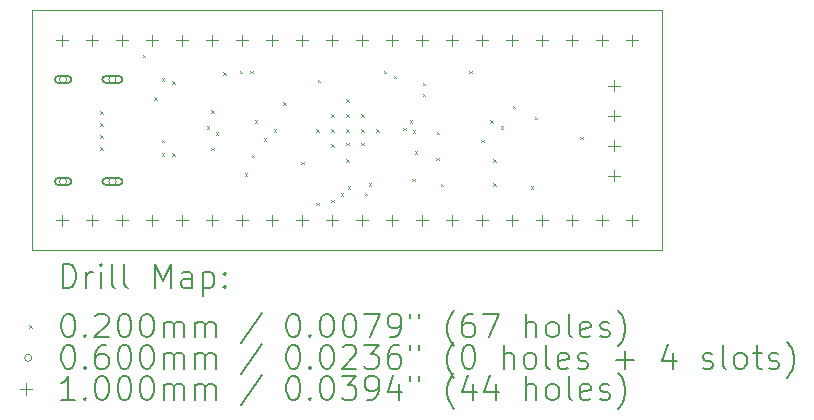
<source format=gbr>
%TF.GenerationSoftware,KiCad,Pcbnew,7.0.7*%
%TF.CreationDate,2023-11-13T21:48:54+01:00*%
%TF.ProjectId,STM32G474_Black-Pill_v3.0,53544d33-3247-4343-9734-5f426c61636b,A*%
%TF.SameCoordinates,Original*%
%TF.FileFunction,Drillmap*%
%TF.FilePolarity,Positive*%
%FSLAX45Y45*%
G04 Gerber Fmt 4.5, Leading zero omitted, Abs format (unit mm)*
G04 Created by KiCad (PCBNEW 7.0.7) date 2023-11-13 21:48:54*
%MOMM*%
%LPD*%
G01*
G04 APERTURE LIST*
%ADD10C,0.100000*%
%ADD11C,0.200000*%
%ADD12C,0.020000*%
%ADD13C,0.060000*%
G04 APERTURE END LIST*
D10*
X9906000Y-9144000D02*
X15240000Y-9144000D01*
X15240000Y-11176000D01*
X9906000Y-11176000D01*
X9906000Y-9144000D01*
D11*
D12*
X10480200Y-9997600D02*
X10500200Y-10017600D01*
X10500200Y-9997600D02*
X10480200Y-10017600D01*
X10480200Y-10099200D02*
X10500200Y-10119200D01*
X10500200Y-10099200D02*
X10480200Y-10119200D01*
X10480200Y-10200800D02*
X10500200Y-10220800D01*
X10500200Y-10200800D02*
X10480200Y-10220800D01*
X10480200Y-10302400D02*
X10500200Y-10322400D01*
X10500200Y-10302400D02*
X10480200Y-10322400D01*
X10842400Y-9521600D02*
X10862400Y-9541600D01*
X10862400Y-9521600D02*
X10842400Y-9541600D01*
X10937400Y-9877908D02*
X10957400Y-9897908D01*
X10957400Y-9877908D02*
X10937400Y-9897908D01*
X11000900Y-9718200D02*
X11020900Y-9738200D01*
X11020900Y-9718200D02*
X11000900Y-9738200D01*
X11000900Y-10238900D02*
X11020900Y-10258900D01*
X11020900Y-10238900D02*
X11000900Y-10258900D01*
X11000900Y-10353200D02*
X11020900Y-10373200D01*
X11020900Y-10353200D02*
X11000900Y-10373200D01*
X11089800Y-9743600D02*
X11109800Y-9763600D01*
X11109800Y-9743600D02*
X11089800Y-9763600D01*
X11089800Y-10353200D02*
X11109800Y-10373200D01*
X11109800Y-10353200D02*
X11089800Y-10373200D01*
X11381900Y-10124600D02*
X11401900Y-10144600D01*
X11401900Y-10124600D02*
X11381900Y-10144600D01*
X11420000Y-9990800D02*
X11440000Y-10010800D01*
X11440000Y-9990800D02*
X11420000Y-10010800D01*
X11420000Y-10309200D02*
X11440000Y-10329200D01*
X11440000Y-10309200D02*
X11420000Y-10329200D01*
X11458100Y-10175400D02*
X11478100Y-10195400D01*
X11478100Y-10175400D02*
X11458100Y-10195400D01*
X11521600Y-9667400D02*
X11541600Y-9687400D01*
X11541600Y-9667400D02*
X11521600Y-9687400D01*
X11661300Y-9654700D02*
X11681300Y-9674700D01*
X11681300Y-9654700D02*
X11661300Y-9674700D01*
X11705300Y-10524200D02*
X11725300Y-10544200D01*
X11725300Y-10524200D02*
X11705300Y-10544200D01*
X11750200Y-9654700D02*
X11770200Y-9674700D01*
X11770200Y-9654700D02*
X11750200Y-9674700D01*
X11762900Y-10365900D02*
X11782900Y-10385900D01*
X11782900Y-10365900D02*
X11762900Y-10385900D01*
X11788300Y-10073800D02*
X11808300Y-10093800D01*
X11808300Y-10073800D02*
X11788300Y-10093800D01*
X11864500Y-10226200D02*
X11884500Y-10246200D01*
X11884500Y-10226200D02*
X11864500Y-10246200D01*
X11950600Y-10150000D02*
X11970600Y-10170000D01*
X11970600Y-10150000D02*
X11950600Y-10170000D01*
X12029600Y-9921400D02*
X12049600Y-9941400D01*
X12049600Y-9921400D02*
X12029600Y-9941400D01*
X12182000Y-10424934D02*
X12202000Y-10444934D01*
X12202000Y-10424934D02*
X12182000Y-10444934D01*
X12309000Y-10150000D02*
X12329000Y-10170000D01*
X12329000Y-10150000D02*
X12309000Y-10170000D01*
X12309000Y-10772300D02*
X12329000Y-10792300D01*
X12329000Y-10772300D02*
X12309000Y-10792300D01*
X12321188Y-9731412D02*
X12341188Y-9751412D01*
X12341188Y-9731412D02*
X12321188Y-9751412D01*
X12436000Y-10023000D02*
X12456000Y-10043000D01*
X12456000Y-10023000D02*
X12436000Y-10043000D01*
X12436000Y-10150000D02*
X12456000Y-10170000D01*
X12456000Y-10150000D02*
X12436000Y-10170000D01*
X12436000Y-10277000D02*
X12456000Y-10297000D01*
X12456000Y-10277000D02*
X12436000Y-10297000D01*
X12436000Y-10746900D02*
X12456000Y-10766900D01*
X12456000Y-10746900D02*
X12436000Y-10766900D01*
X12515631Y-10692669D02*
X12535631Y-10712669D01*
X12535631Y-10692669D02*
X12515631Y-10712669D01*
X12563000Y-9896000D02*
X12583000Y-9916000D01*
X12583000Y-9896000D02*
X12563000Y-9916000D01*
X12563000Y-10023000D02*
X12583000Y-10043000D01*
X12583000Y-10023000D02*
X12563000Y-10043000D01*
X12563000Y-10150000D02*
X12583000Y-10170000D01*
X12583000Y-10150000D02*
X12563000Y-10170000D01*
X12563000Y-10264300D02*
X12583000Y-10284300D01*
X12583000Y-10264300D02*
X12563000Y-10284300D01*
X12563000Y-10404000D02*
X12583000Y-10424000D01*
X12583000Y-10404000D02*
X12563000Y-10424000D01*
X12575700Y-10632600D02*
X12595700Y-10652600D01*
X12595700Y-10632600D02*
X12575700Y-10652600D01*
X12690000Y-10023000D02*
X12710000Y-10043000D01*
X12710000Y-10023000D02*
X12690000Y-10043000D01*
X12690000Y-10150000D02*
X12710000Y-10170000D01*
X12710000Y-10150000D02*
X12690000Y-10170000D01*
X12690000Y-10264300D02*
X12710000Y-10284300D01*
X12710000Y-10264300D02*
X12690000Y-10284300D01*
X12721950Y-10686074D02*
X12741950Y-10706074D01*
X12741950Y-10686074D02*
X12721950Y-10706074D01*
X12753500Y-10607200D02*
X12773500Y-10627200D01*
X12773500Y-10607200D02*
X12753500Y-10627200D01*
X12817000Y-10150000D02*
X12837000Y-10170000D01*
X12837000Y-10150000D02*
X12817000Y-10170000D01*
X12880500Y-9654700D02*
X12900500Y-9674700D01*
X12900500Y-9654700D02*
X12880500Y-9674700D01*
X12966600Y-9695600D02*
X12986600Y-9715600D01*
X12986600Y-9695600D02*
X12966600Y-9715600D01*
X13045600Y-10137300D02*
X13065600Y-10157300D01*
X13065600Y-10137300D02*
X13045600Y-10157300D01*
X13102238Y-10073800D02*
X13122238Y-10093800D01*
X13122238Y-10073800D02*
X13102238Y-10093800D01*
X13121800Y-10569100D02*
X13141800Y-10589100D01*
X13141800Y-10569100D02*
X13121800Y-10589100D01*
X13128014Y-10157903D02*
X13148014Y-10177903D01*
X13148014Y-10157903D02*
X13128014Y-10177903D01*
X13144539Y-10337839D02*
X13164539Y-10357839D01*
X13164539Y-10337839D02*
X13144539Y-10357839D01*
X13210700Y-9756300D02*
X13230700Y-9776300D01*
X13230700Y-9756300D02*
X13210700Y-9776300D01*
X13213500Y-9848000D02*
X13233500Y-9868000D01*
X13233500Y-9848000D02*
X13213500Y-9868000D01*
X13325000Y-10391300D02*
X13345000Y-10411300D01*
X13345000Y-10391300D02*
X13325000Y-10411300D01*
X13331350Y-10169050D02*
X13351350Y-10189050D01*
X13351350Y-10169050D02*
X13331350Y-10189050D01*
X13363100Y-10613550D02*
X13383100Y-10633550D01*
X13383100Y-10613550D02*
X13363100Y-10633550D01*
X13604400Y-9654700D02*
X13624400Y-9674700D01*
X13624400Y-9654700D02*
X13604400Y-9674700D01*
X13706000Y-10238900D02*
X13726000Y-10258900D01*
X13726000Y-10238900D02*
X13706000Y-10258900D01*
X13782200Y-10073800D02*
X13802200Y-10093800D01*
X13802200Y-10073800D02*
X13782200Y-10093800D01*
X13807600Y-10404000D02*
X13827600Y-10424000D01*
X13827600Y-10404000D02*
X13807600Y-10424000D01*
X13807600Y-10607200D02*
X13827600Y-10627200D01*
X13827600Y-10607200D02*
X13807600Y-10627200D01*
X13871100Y-10124600D02*
X13891100Y-10144600D01*
X13891100Y-10124600D02*
X13871100Y-10144600D01*
X13975500Y-9949600D02*
X13995500Y-9969600D01*
X13995500Y-9949600D02*
X13975500Y-9969600D01*
X14125100Y-10632600D02*
X14145100Y-10652600D01*
X14145100Y-10632600D02*
X14125100Y-10652600D01*
X14160400Y-10045600D02*
X14180400Y-10065600D01*
X14180400Y-10045600D02*
X14160400Y-10065600D01*
X14544200Y-10213500D02*
X14564200Y-10233500D01*
X14564200Y-10213500D02*
X14544200Y-10233500D01*
D13*
X10196000Y-9728000D02*
G75*
G03*
X10196000Y-9728000I-30000J0D01*
G01*
D11*
X10206000Y-9698000D02*
X10126000Y-9698000D01*
X10126000Y-9698000D02*
G75*
G03*
X10126000Y-9758000I0J-30000D01*
G01*
X10126000Y-9758000D02*
X10206000Y-9758000D01*
X10206000Y-9758000D02*
G75*
G03*
X10206000Y-9698000I0J30000D01*
G01*
D13*
X10196000Y-10592000D02*
G75*
G03*
X10196000Y-10592000I-30000J0D01*
G01*
D11*
X10206000Y-10562000D02*
X10126000Y-10562000D01*
X10126000Y-10562000D02*
G75*
G03*
X10126000Y-10622000I0J-30000D01*
G01*
X10126000Y-10622000D02*
X10206000Y-10622000D01*
X10206000Y-10622000D02*
G75*
G03*
X10206000Y-10562000I0J30000D01*
G01*
D13*
X10614000Y-9728000D02*
G75*
G03*
X10614000Y-9728000I-30000J0D01*
G01*
D11*
X10639000Y-9698000D02*
X10529000Y-9698000D01*
X10529000Y-9698000D02*
G75*
G03*
X10529000Y-9758000I0J-30000D01*
G01*
X10529000Y-9758000D02*
X10639000Y-9758000D01*
X10639000Y-9758000D02*
G75*
G03*
X10639000Y-9698000I0J30000D01*
G01*
D13*
X10614000Y-10592000D02*
G75*
G03*
X10614000Y-10592000I-30000J0D01*
G01*
D11*
X10639000Y-10562000D02*
X10529000Y-10562000D01*
X10529000Y-10562000D02*
G75*
G03*
X10529000Y-10622000I0J-30000D01*
G01*
X10529000Y-10622000D02*
X10639000Y-10622000D01*
X10639000Y-10622000D02*
G75*
G03*
X10639000Y-10562000I0J30000D01*
G01*
D10*
X10160000Y-9348000D02*
X10160000Y-9448000D01*
X10110000Y-9398000D02*
X10210000Y-9398000D01*
X10160000Y-10872000D02*
X10160000Y-10972000D01*
X10110000Y-10922000D02*
X10210000Y-10922000D01*
X10414000Y-9348000D02*
X10414000Y-9448000D01*
X10364000Y-9398000D02*
X10464000Y-9398000D01*
X10414000Y-10872000D02*
X10414000Y-10972000D01*
X10364000Y-10922000D02*
X10464000Y-10922000D01*
X10668000Y-9348000D02*
X10668000Y-9448000D01*
X10618000Y-9398000D02*
X10718000Y-9398000D01*
X10668000Y-10872000D02*
X10668000Y-10972000D01*
X10618000Y-10922000D02*
X10718000Y-10922000D01*
X10922000Y-9348000D02*
X10922000Y-9448000D01*
X10872000Y-9398000D02*
X10972000Y-9398000D01*
X10922000Y-10872000D02*
X10922000Y-10972000D01*
X10872000Y-10922000D02*
X10972000Y-10922000D01*
X11176000Y-9348000D02*
X11176000Y-9448000D01*
X11126000Y-9398000D02*
X11226000Y-9398000D01*
X11176000Y-10872000D02*
X11176000Y-10972000D01*
X11126000Y-10922000D02*
X11226000Y-10922000D01*
X11430000Y-9348000D02*
X11430000Y-9448000D01*
X11380000Y-9398000D02*
X11480000Y-9398000D01*
X11430000Y-10872000D02*
X11430000Y-10972000D01*
X11380000Y-10922000D02*
X11480000Y-10922000D01*
X11684000Y-9348000D02*
X11684000Y-9448000D01*
X11634000Y-9398000D02*
X11734000Y-9398000D01*
X11684000Y-10872000D02*
X11684000Y-10972000D01*
X11634000Y-10922000D02*
X11734000Y-10922000D01*
X11938000Y-9348000D02*
X11938000Y-9448000D01*
X11888000Y-9398000D02*
X11988000Y-9398000D01*
X11938000Y-10872000D02*
X11938000Y-10972000D01*
X11888000Y-10922000D02*
X11988000Y-10922000D01*
X12192000Y-9348000D02*
X12192000Y-9448000D01*
X12142000Y-9398000D02*
X12242000Y-9398000D01*
X12192000Y-10872000D02*
X12192000Y-10972000D01*
X12142000Y-10922000D02*
X12242000Y-10922000D01*
X12446000Y-9348000D02*
X12446000Y-9448000D01*
X12396000Y-9398000D02*
X12496000Y-9398000D01*
X12446000Y-10872000D02*
X12446000Y-10972000D01*
X12396000Y-10922000D02*
X12496000Y-10922000D01*
X12700000Y-9348000D02*
X12700000Y-9448000D01*
X12650000Y-9398000D02*
X12750000Y-9398000D01*
X12700000Y-10872000D02*
X12700000Y-10972000D01*
X12650000Y-10922000D02*
X12750000Y-10922000D01*
X12954000Y-9348000D02*
X12954000Y-9448000D01*
X12904000Y-9398000D02*
X13004000Y-9398000D01*
X12954000Y-10872000D02*
X12954000Y-10972000D01*
X12904000Y-10922000D02*
X13004000Y-10922000D01*
X13208000Y-9348000D02*
X13208000Y-9448000D01*
X13158000Y-9398000D02*
X13258000Y-9398000D01*
X13208000Y-10872000D02*
X13208000Y-10972000D01*
X13158000Y-10922000D02*
X13258000Y-10922000D01*
X13462000Y-9348000D02*
X13462000Y-9448000D01*
X13412000Y-9398000D02*
X13512000Y-9398000D01*
X13462000Y-10872000D02*
X13462000Y-10972000D01*
X13412000Y-10922000D02*
X13512000Y-10922000D01*
X13716000Y-9348000D02*
X13716000Y-9448000D01*
X13666000Y-9398000D02*
X13766000Y-9398000D01*
X13716000Y-10872000D02*
X13716000Y-10972000D01*
X13666000Y-10922000D02*
X13766000Y-10922000D01*
X13970000Y-9348000D02*
X13970000Y-9448000D01*
X13920000Y-9398000D02*
X14020000Y-9398000D01*
X13970000Y-10872000D02*
X13970000Y-10972000D01*
X13920000Y-10922000D02*
X14020000Y-10922000D01*
X14224000Y-9348000D02*
X14224000Y-9448000D01*
X14174000Y-9398000D02*
X14274000Y-9398000D01*
X14224000Y-10872000D02*
X14224000Y-10972000D01*
X14174000Y-10922000D02*
X14274000Y-10922000D01*
X14478000Y-9348000D02*
X14478000Y-9448000D01*
X14428000Y-9398000D02*
X14528000Y-9398000D01*
X14478000Y-10872000D02*
X14478000Y-10972000D01*
X14428000Y-10922000D02*
X14528000Y-10922000D01*
X14732000Y-9348000D02*
X14732000Y-9448000D01*
X14682000Y-9398000D02*
X14782000Y-9398000D01*
X14732000Y-10872000D02*
X14732000Y-10972000D01*
X14682000Y-10922000D02*
X14782000Y-10922000D01*
X14828500Y-9730000D02*
X14828500Y-9830000D01*
X14778500Y-9780000D02*
X14878500Y-9780000D01*
X14828500Y-9984000D02*
X14828500Y-10084000D01*
X14778500Y-10034000D02*
X14878500Y-10034000D01*
X14828500Y-10238000D02*
X14828500Y-10338000D01*
X14778500Y-10288000D02*
X14878500Y-10288000D01*
X14828500Y-10492000D02*
X14828500Y-10592000D01*
X14778500Y-10542000D02*
X14878500Y-10542000D01*
X14986000Y-9348000D02*
X14986000Y-9448000D01*
X14936000Y-9398000D02*
X15036000Y-9398000D01*
X14986000Y-10872000D02*
X14986000Y-10972000D01*
X14936000Y-10922000D02*
X15036000Y-10922000D01*
D11*
X10161777Y-11492484D02*
X10161777Y-11292484D01*
X10161777Y-11292484D02*
X10209396Y-11292484D01*
X10209396Y-11292484D02*
X10237967Y-11302008D01*
X10237967Y-11302008D02*
X10257015Y-11321055D01*
X10257015Y-11321055D02*
X10266539Y-11340103D01*
X10266539Y-11340103D02*
X10276063Y-11378198D01*
X10276063Y-11378198D02*
X10276063Y-11406769D01*
X10276063Y-11406769D02*
X10266539Y-11444865D01*
X10266539Y-11444865D02*
X10257015Y-11463912D01*
X10257015Y-11463912D02*
X10237967Y-11482960D01*
X10237967Y-11482960D02*
X10209396Y-11492484D01*
X10209396Y-11492484D02*
X10161777Y-11492484D01*
X10361777Y-11492484D02*
X10361777Y-11359150D01*
X10361777Y-11397246D02*
X10371301Y-11378198D01*
X10371301Y-11378198D02*
X10380824Y-11368674D01*
X10380824Y-11368674D02*
X10399872Y-11359150D01*
X10399872Y-11359150D02*
X10418920Y-11359150D01*
X10485586Y-11492484D02*
X10485586Y-11359150D01*
X10485586Y-11292484D02*
X10476063Y-11302008D01*
X10476063Y-11302008D02*
X10485586Y-11311531D01*
X10485586Y-11311531D02*
X10495110Y-11302008D01*
X10495110Y-11302008D02*
X10485586Y-11292484D01*
X10485586Y-11292484D02*
X10485586Y-11311531D01*
X10609396Y-11492484D02*
X10590348Y-11482960D01*
X10590348Y-11482960D02*
X10580824Y-11463912D01*
X10580824Y-11463912D02*
X10580824Y-11292484D01*
X10714158Y-11492484D02*
X10695110Y-11482960D01*
X10695110Y-11482960D02*
X10685586Y-11463912D01*
X10685586Y-11463912D02*
X10685586Y-11292484D01*
X10942729Y-11492484D02*
X10942729Y-11292484D01*
X10942729Y-11292484D02*
X11009396Y-11435341D01*
X11009396Y-11435341D02*
X11076063Y-11292484D01*
X11076063Y-11292484D02*
X11076063Y-11492484D01*
X11257015Y-11492484D02*
X11257015Y-11387722D01*
X11257015Y-11387722D02*
X11247491Y-11368674D01*
X11247491Y-11368674D02*
X11228443Y-11359150D01*
X11228443Y-11359150D02*
X11190348Y-11359150D01*
X11190348Y-11359150D02*
X11171301Y-11368674D01*
X11257015Y-11482960D02*
X11237967Y-11492484D01*
X11237967Y-11492484D02*
X11190348Y-11492484D01*
X11190348Y-11492484D02*
X11171301Y-11482960D01*
X11171301Y-11482960D02*
X11161777Y-11463912D01*
X11161777Y-11463912D02*
X11161777Y-11444865D01*
X11161777Y-11444865D02*
X11171301Y-11425817D01*
X11171301Y-11425817D02*
X11190348Y-11416293D01*
X11190348Y-11416293D02*
X11237967Y-11416293D01*
X11237967Y-11416293D02*
X11257015Y-11406769D01*
X11352253Y-11359150D02*
X11352253Y-11559150D01*
X11352253Y-11368674D02*
X11371301Y-11359150D01*
X11371301Y-11359150D02*
X11409396Y-11359150D01*
X11409396Y-11359150D02*
X11428443Y-11368674D01*
X11428443Y-11368674D02*
X11437967Y-11378198D01*
X11437967Y-11378198D02*
X11447491Y-11397246D01*
X11447491Y-11397246D02*
X11447491Y-11454388D01*
X11447491Y-11454388D02*
X11437967Y-11473436D01*
X11437967Y-11473436D02*
X11428443Y-11482960D01*
X11428443Y-11482960D02*
X11409396Y-11492484D01*
X11409396Y-11492484D02*
X11371301Y-11492484D01*
X11371301Y-11492484D02*
X11352253Y-11482960D01*
X11533205Y-11473436D02*
X11542729Y-11482960D01*
X11542729Y-11482960D02*
X11533205Y-11492484D01*
X11533205Y-11492484D02*
X11523682Y-11482960D01*
X11523682Y-11482960D02*
X11533205Y-11473436D01*
X11533205Y-11473436D02*
X11533205Y-11492484D01*
X11533205Y-11368674D02*
X11542729Y-11378198D01*
X11542729Y-11378198D02*
X11533205Y-11387722D01*
X11533205Y-11387722D02*
X11523682Y-11378198D01*
X11523682Y-11378198D02*
X11533205Y-11368674D01*
X11533205Y-11368674D02*
X11533205Y-11387722D01*
D12*
X9881000Y-11811000D02*
X9901000Y-11831000D01*
X9901000Y-11811000D02*
X9881000Y-11831000D01*
D11*
X10199872Y-11712484D02*
X10218920Y-11712484D01*
X10218920Y-11712484D02*
X10237967Y-11722008D01*
X10237967Y-11722008D02*
X10247491Y-11731531D01*
X10247491Y-11731531D02*
X10257015Y-11750579D01*
X10257015Y-11750579D02*
X10266539Y-11788674D01*
X10266539Y-11788674D02*
X10266539Y-11836293D01*
X10266539Y-11836293D02*
X10257015Y-11874388D01*
X10257015Y-11874388D02*
X10247491Y-11893436D01*
X10247491Y-11893436D02*
X10237967Y-11902960D01*
X10237967Y-11902960D02*
X10218920Y-11912484D01*
X10218920Y-11912484D02*
X10199872Y-11912484D01*
X10199872Y-11912484D02*
X10180824Y-11902960D01*
X10180824Y-11902960D02*
X10171301Y-11893436D01*
X10171301Y-11893436D02*
X10161777Y-11874388D01*
X10161777Y-11874388D02*
X10152253Y-11836293D01*
X10152253Y-11836293D02*
X10152253Y-11788674D01*
X10152253Y-11788674D02*
X10161777Y-11750579D01*
X10161777Y-11750579D02*
X10171301Y-11731531D01*
X10171301Y-11731531D02*
X10180824Y-11722008D01*
X10180824Y-11722008D02*
X10199872Y-11712484D01*
X10352253Y-11893436D02*
X10361777Y-11902960D01*
X10361777Y-11902960D02*
X10352253Y-11912484D01*
X10352253Y-11912484D02*
X10342729Y-11902960D01*
X10342729Y-11902960D02*
X10352253Y-11893436D01*
X10352253Y-11893436D02*
X10352253Y-11912484D01*
X10437967Y-11731531D02*
X10447491Y-11722008D01*
X10447491Y-11722008D02*
X10466539Y-11712484D01*
X10466539Y-11712484D02*
X10514158Y-11712484D01*
X10514158Y-11712484D02*
X10533205Y-11722008D01*
X10533205Y-11722008D02*
X10542729Y-11731531D01*
X10542729Y-11731531D02*
X10552253Y-11750579D01*
X10552253Y-11750579D02*
X10552253Y-11769627D01*
X10552253Y-11769627D02*
X10542729Y-11798198D01*
X10542729Y-11798198D02*
X10428444Y-11912484D01*
X10428444Y-11912484D02*
X10552253Y-11912484D01*
X10676063Y-11712484D02*
X10695110Y-11712484D01*
X10695110Y-11712484D02*
X10714158Y-11722008D01*
X10714158Y-11722008D02*
X10723682Y-11731531D01*
X10723682Y-11731531D02*
X10733205Y-11750579D01*
X10733205Y-11750579D02*
X10742729Y-11788674D01*
X10742729Y-11788674D02*
X10742729Y-11836293D01*
X10742729Y-11836293D02*
X10733205Y-11874388D01*
X10733205Y-11874388D02*
X10723682Y-11893436D01*
X10723682Y-11893436D02*
X10714158Y-11902960D01*
X10714158Y-11902960D02*
X10695110Y-11912484D01*
X10695110Y-11912484D02*
X10676063Y-11912484D01*
X10676063Y-11912484D02*
X10657015Y-11902960D01*
X10657015Y-11902960D02*
X10647491Y-11893436D01*
X10647491Y-11893436D02*
X10637967Y-11874388D01*
X10637967Y-11874388D02*
X10628444Y-11836293D01*
X10628444Y-11836293D02*
X10628444Y-11788674D01*
X10628444Y-11788674D02*
X10637967Y-11750579D01*
X10637967Y-11750579D02*
X10647491Y-11731531D01*
X10647491Y-11731531D02*
X10657015Y-11722008D01*
X10657015Y-11722008D02*
X10676063Y-11712484D01*
X10866539Y-11712484D02*
X10885586Y-11712484D01*
X10885586Y-11712484D02*
X10904634Y-11722008D01*
X10904634Y-11722008D02*
X10914158Y-11731531D01*
X10914158Y-11731531D02*
X10923682Y-11750579D01*
X10923682Y-11750579D02*
X10933205Y-11788674D01*
X10933205Y-11788674D02*
X10933205Y-11836293D01*
X10933205Y-11836293D02*
X10923682Y-11874388D01*
X10923682Y-11874388D02*
X10914158Y-11893436D01*
X10914158Y-11893436D02*
X10904634Y-11902960D01*
X10904634Y-11902960D02*
X10885586Y-11912484D01*
X10885586Y-11912484D02*
X10866539Y-11912484D01*
X10866539Y-11912484D02*
X10847491Y-11902960D01*
X10847491Y-11902960D02*
X10837967Y-11893436D01*
X10837967Y-11893436D02*
X10828444Y-11874388D01*
X10828444Y-11874388D02*
X10818920Y-11836293D01*
X10818920Y-11836293D02*
X10818920Y-11788674D01*
X10818920Y-11788674D02*
X10828444Y-11750579D01*
X10828444Y-11750579D02*
X10837967Y-11731531D01*
X10837967Y-11731531D02*
X10847491Y-11722008D01*
X10847491Y-11722008D02*
X10866539Y-11712484D01*
X11018920Y-11912484D02*
X11018920Y-11779150D01*
X11018920Y-11798198D02*
X11028444Y-11788674D01*
X11028444Y-11788674D02*
X11047491Y-11779150D01*
X11047491Y-11779150D02*
X11076063Y-11779150D01*
X11076063Y-11779150D02*
X11095110Y-11788674D01*
X11095110Y-11788674D02*
X11104634Y-11807722D01*
X11104634Y-11807722D02*
X11104634Y-11912484D01*
X11104634Y-11807722D02*
X11114158Y-11788674D01*
X11114158Y-11788674D02*
X11133205Y-11779150D01*
X11133205Y-11779150D02*
X11161777Y-11779150D01*
X11161777Y-11779150D02*
X11180825Y-11788674D01*
X11180825Y-11788674D02*
X11190348Y-11807722D01*
X11190348Y-11807722D02*
X11190348Y-11912484D01*
X11285586Y-11912484D02*
X11285586Y-11779150D01*
X11285586Y-11798198D02*
X11295110Y-11788674D01*
X11295110Y-11788674D02*
X11314158Y-11779150D01*
X11314158Y-11779150D02*
X11342729Y-11779150D01*
X11342729Y-11779150D02*
X11361777Y-11788674D01*
X11361777Y-11788674D02*
X11371301Y-11807722D01*
X11371301Y-11807722D02*
X11371301Y-11912484D01*
X11371301Y-11807722D02*
X11380824Y-11788674D01*
X11380824Y-11788674D02*
X11399872Y-11779150D01*
X11399872Y-11779150D02*
X11428443Y-11779150D01*
X11428443Y-11779150D02*
X11447491Y-11788674D01*
X11447491Y-11788674D02*
X11457015Y-11807722D01*
X11457015Y-11807722D02*
X11457015Y-11912484D01*
X11847491Y-11702960D02*
X11676063Y-11960103D01*
X12104634Y-11712484D02*
X12123682Y-11712484D01*
X12123682Y-11712484D02*
X12142729Y-11722008D01*
X12142729Y-11722008D02*
X12152253Y-11731531D01*
X12152253Y-11731531D02*
X12161777Y-11750579D01*
X12161777Y-11750579D02*
X12171301Y-11788674D01*
X12171301Y-11788674D02*
X12171301Y-11836293D01*
X12171301Y-11836293D02*
X12161777Y-11874388D01*
X12161777Y-11874388D02*
X12152253Y-11893436D01*
X12152253Y-11893436D02*
X12142729Y-11902960D01*
X12142729Y-11902960D02*
X12123682Y-11912484D01*
X12123682Y-11912484D02*
X12104634Y-11912484D01*
X12104634Y-11912484D02*
X12085586Y-11902960D01*
X12085586Y-11902960D02*
X12076063Y-11893436D01*
X12076063Y-11893436D02*
X12066539Y-11874388D01*
X12066539Y-11874388D02*
X12057015Y-11836293D01*
X12057015Y-11836293D02*
X12057015Y-11788674D01*
X12057015Y-11788674D02*
X12066539Y-11750579D01*
X12066539Y-11750579D02*
X12076063Y-11731531D01*
X12076063Y-11731531D02*
X12085586Y-11722008D01*
X12085586Y-11722008D02*
X12104634Y-11712484D01*
X12257015Y-11893436D02*
X12266539Y-11902960D01*
X12266539Y-11902960D02*
X12257015Y-11912484D01*
X12257015Y-11912484D02*
X12247491Y-11902960D01*
X12247491Y-11902960D02*
X12257015Y-11893436D01*
X12257015Y-11893436D02*
X12257015Y-11912484D01*
X12390348Y-11712484D02*
X12409396Y-11712484D01*
X12409396Y-11712484D02*
X12428444Y-11722008D01*
X12428444Y-11722008D02*
X12437967Y-11731531D01*
X12437967Y-11731531D02*
X12447491Y-11750579D01*
X12447491Y-11750579D02*
X12457015Y-11788674D01*
X12457015Y-11788674D02*
X12457015Y-11836293D01*
X12457015Y-11836293D02*
X12447491Y-11874388D01*
X12447491Y-11874388D02*
X12437967Y-11893436D01*
X12437967Y-11893436D02*
X12428444Y-11902960D01*
X12428444Y-11902960D02*
X12409396Y-11912484D01*
X12409396Y-11912484D02*
X12390348Y-11912484D01*
X12390348Y-11912484D02*
X12371301Y-11902960D01*
X12371301Y-11902960D02*
X12361777Y-11893436D01*
X12361777Y-11893436D02*
X12352253Y-11874388D01*
X12352253Y-11874388D02*
X12342729Y-11836293D01*
X12342729Y-11836293D02*
X12342729Y-11788674D01*
X12342729Y-11788674D02*
X12352253Y-11750579D01*
X12352253Y-11750579D02*
X12361777Y-11731531D01*
X12361777Y-11731531D02*
X12371301Y-11722008D01*
X12371301Y-11722008D02*
X12390348Y-11712484D01*
X12580825Y-11712484D02*
X12599872Y-11712484D01*
X12599872Y-11712484D02*
X12618920Y-11722008D01*
X12618920Y-11722008D02*
X12628444Y-11731531D01*
X12628444Y-11731531D02*
X12637967Y-11750579D01*
X12637967Y-11750579D02*
X12647491Y-11788674D01*
X12647491Y-11788674D02*
X12647491Y-11836293D01*
X12647491Y-11836293D02*
X12637967Y-11874388D01*
X12637967Y-11874388D02*
X12628444Y-11893436D01*
X12628444Y-11893436D02*
X12618920Y-11902960D01*
X12618920Y-11902960D02*
X12599872Y-11912484D01*
X12599872Y-11912484D02*
X12580825Y-11912484D01*
X12580825Y-11912484D02*
X12561777Y-11902960D01*
X12561777Y-11902960D02*
X12552253Y-11893436D01*
X12552253Y-11893436D02*
X12542729Y-11874388D01*
X12542729Y-11874388D02*
X12533206Y-11836293D01*
X12533206Y-11836293D02*
X12533206Y-11788674D01*
X12533206Y-11788674D02*
X12542729Y-11750579D01*
X12542729Y-11750579D02*
X12552253Y-11731531D01*
X12552253Y-11731531D02*
X12561777Y-11722008D01*
X12561777Y-11722008D02*
X12580825Y-11712484D01*
X12714158Y-11712484D02*
X12847491Y-11712484D01*
X12847491Y-11712484D02*
X12761777Y-11912484D01*
X12933206Y-11912484D02*
X12971301Y-11912484D01*
X12971301Y-11912484D02*
X12990348Y-11902960D01*
X12990348Y-11902960D02*
X12999872Y-11893436D01*
X12999872Y-11893436D02*
X13018920Y-11864865D01*
X13018920Y-11864865D02*
X13028444Y-11826769D01*
X13028444Y-11826769D02*
X13028444Y-11750579D01*
X13028444Y-11750579D02*
X13018920Y-11731531D01*
X13018920Y-11731531D02*
X13009396Y-11722008D01*
X13009396Y-11722008D02*
X12990348Y-11712484D01*
X12990348Y-11712484D02*
X12952253Y-11712484D01*
X12952253Y-11712484D02*
X12933206Y-11722008D01*
X12933206Y-11722008D02*
X12923682Y-11731531D01*
X12923682Y-11731531D02*
X12914158Y-11750579D01*
X12914158Y-11750579D02*
X12914158Y-11798198D01*
X12914158Y-11798198D02*
X12923682Y-11817246D01*
X12923682Y-11817246D02*
X12933206Y-11826769D01*
X12933206Y-11826769D02*
X12952253Y-11836293D01*
X12952253Y-11836293D02*
X12990348Y-11836293D01*
X12990348Y-11836293D02*
X13009396Y-11826769D01*
X13009396Y-11826769D02*
X13018920Y-11817246D01*
X13018920Y-11817246D02*
X13028444Y-11798198D01*
X13104634Y-11712484D02*
X13104634Y-11750579D01*
X13180825Y-11712484D02*
X13180825Y-11750579D01*
X13476063Y-11988674D02*
X13466539Y-11979150D01*
X13466539Y-11979150D02*
X13447491Y-11950579D01*
X13447491Y-11950579D02*
X13437968Y-11931531D01*
X13437968Y-11931531D02*
X13428444Y-11902960D01*
X13428444Y-11902960D02*
X13418920Y-11855341D01*
X13418920Y-11855341D02*
X13418920Y-11817246D01*
X13418920Y-11817246D02*
X13428444Y-11769627D01*
X13428444Y-11769627D02*
X13437968Y-11741055D01*
X13437968Y-11741055D02*
X13447491Y-11722008D01*
X13447491Y-11722008D02*
X13466539Y-11693436D01*
X13466539Y-11693436D02*
X13476063Y-11683912D01*
X13637968Y-11712484D02*
X13599872Y-11712484D01*
X13599872Y-11712484D02*
X13580825Y-11722008D01*
X13580825Y-11722008D02*
X13571301Y-11731531D01*
X13571301Y-11731531D02*
X13552253Y-11760103D01*
X13552253Y-11760103D02*
X13542729Y-11798198D01*
X13542729Y-11798198D02*
X13542729Y-11874388D01*
X13542729Y-11874388D02*
X13552253Y-11893436D01*
X13552253Y-11893436D02*
X13561777Y-11902960D01*
X13561777Y-11902960D02*
X13580825Y-11912484D01*
X13580825Y-11912484D02*
X13618920Y-11912484D01*
X13618920Y-11912484D02*
X13637968Y-11902960D01*
X13637968Y-11902960D02*
X13647491Y-11893436D01*
X13647491Y-11893436D02*
X13657015Y-11874388D01*
X13657015Y-11874388D02*
X13657015Y-11826769D01*
X13657015Y-11826769D02*
X13647491Y-11807722D01*
X13647491Y-11807722D02*
X13637968Y-11798198D01*
X13637968Y-11798198D02*
X13618920Y-11788674D01*
X13618920Y-11788674D02*
X13580825Y-11788674D01*
X13580825Y-11788674D02*
X13561777Y-11798198D01*
X13561777Y-11798198D02*
X13552253Y-11807722D01*
X13552253Y-11807722D02*
X13542729Y-11826769D01*
X13723682Y-11712484D02*
X13857015Y-11712484D01*
X13857015Y-11712484D02*
X13771301Y-11912484D01*
X14085587Y-11912484D02*
X14085587Y-11712484D01*
X14171301Y-11912484D02*
X14171301Y-11807722D01*
X14171301Y-11807722D02*
X14161777Y-11788674D01*
X14161777Y-11788674D02*
X14142730Y-11779150D01*
X14142730Y-11779150D02*
X14114158Y-11779150D01*
X14114158Y-11779150D02*
X14095110Y-11788674D01*
X14095110Y-11788674D02*
X14085587Y-11798198D01*
X14295110Y-11912484D02*
X14276063Y-11902960D01*
X14276063Y-11902960D02*
X14266539Y-11893436D01*
X14266539Y-11893436D02*
X14257015Y-11874388D01*
X14257015Y-11874388D02*
X14257015Y-11817246D01*
X14257015Y-11817246D02*
X14266539Y-11798198D01*
X14266539Y-11798198D02*
X14276063Y-11788674D01*
X14276063Y-11788674D02*
X14295110Y-11779150D01*
X14295110Y-11779150D02*
X14323682Y-11779150D01*
X14323682Y-11779150D02*
X14342730Y-11788674D01*
X14342730Y-11788674D02*
X14352253Y-11798198D01*
X14352253Y-11798198D02*
X14361777Y-11817246D01*
X14361777Y-11817246D02*
X14361777Y-11874388D01*
X14361777Y-11874388D02*
X14352253Y-11893436D01*
X14352253Y-11893436D02*
X14342730Y-11902960D01*
X14342730Y-11902960D02*
X14323682Y-11912484D01*
X14323682Y-11912484D02*
X14295110Y-11912484D01*
X14476063Y-11912484D02*
X14457015Y-11902960D01*
X14457015Y-11902960D02*
X14447491Y-11883912D01*
X14447491Y-11883912D02*
X14447491Y-11712484D01*
X14628444Y-11902960D02*
X14609396Y-11912484D01*
X14609396Y-11912484D02*
X14571301Y-11912484D01*
X14571301Y-11912484D02*
X14552253Y-11902960D01*
X14552253Y-11902960D02*
X14542730Y-11883912D01*
X14542730Y-11883912D02*
X14542730Y-11807722D01*
X14542730Y-11807722D02*
X14552253Y-11788674D01*
X14552253Y-11788674D02*
X14571301Y-11779150D01*
X14571301Y-11779150D02*
X14609396Y-11779150D01*
X14609396Y-11779150D02*
X14628444Y-11788674D01*
X14628444Y-11788674D02*
X14637968Y-11807722D01*
X14637968Y-11807722D02*
X14637968Y-11826769D01*
X14637968Y-11826769D02*
X14542730Y-11845817D01*
X14714158Y-11902960D02*
X14733206Y-11912484D01*
X14733206Y-11912484D02*
X14771301Y-11912484D01*
X14771301Y-11912484D02*
X14790349Y-11902960D01*
X14790349Y-11902960D02*
X14799872Y-11883912D01*
X14799872Y-11883912D02*
X14799872Y-11874388D01*
X14799872Y-11874388D02*
X14790349Y-11855341D01*
X14790349Y-11855341D02*
X14771301Y-11845817D01*
X14771301Y-11845817D02*
X14742730Y-11845817D01*
X14742730Y-11845817D02*
X14723682Y-11836293D01*
X14723682Y-11836293D02*
X14714158Y-11817246D01*
X14714158Y-11817246D02*
X14714158Y-11807722D01*
X14714158Y-11807722D02*
X14723682Y-11788674D01*
X14723682Y-11788674D02*
X14742730Y-11779150D01*
X14742730Y-11779150D02*
X14771301Y-11779150D01*
X14771301Y-11779150D02*
X14790349Y-11788674D01*
X14866539Y-11988674D02*
X14876063Y-11979150D01*
X14876063Y-11979150D02*
X14895111Y-11950579D01*
X14895111Y-11950579D02*
X14904634Y-11931531D01*
X14904634Y-11931531D02*
X14914158Y-11902960D01*
X14914158Y-11902960D02*
X14923682Y-11855341D01*
X14923682Y-11855341D02*
X14923682Y-11817246D01*
X14923682Y-11817246D02*
X14914158Y-11769627D01*
X14914158Y-11769627D02*
X14904634Y-11741055D01*
X14904634Y-11741055D02*
X14895111Y-11722008D01*
X14895111Y-11722008D02*
X14876063Y-11693436D01*
X14876063Y-11693436D02*
X14866539Y-11683912D01*
D13*
X9901000Y-12085000D02*
G75*
G03*
X9901000Y-12085000I-30000J0D01*
G01*
D11*
X10199872Y-11976484D02*
X10218920Y-11976484D01*
X10218920Y-11976484D02*
X10237967Y-11986008D01*
X10237967Y-11986008D02*
X10247491Y-11995531D01*
X10247491Y-11995531D02*
X10257015Y-12014579D01*
X10257015Y-12014579D02*
X10266539Y-12052674D01*
X10266539Y-12052674D02*
X10266539Y-12100293D01*
X10266539Y-12100293D02*
X10257015Y-12138388D01*
X10257015Y-12138388D02*
X10247491Y-12157436D01*
X10247491Y-12157436D02*
X10237967Y-12166960D01*
X10237967Y-12166960D02*
X10218920Y-12176484D01*
X10218920Y-12176484D02*
X10199872Y-12176484D01*
X10199872Y-12176484D02*
X10180824Y-12166960D01*
X10180824Y-12166960D02*
X10171301Y-12157436D01*
X10171301Y-12157436D02*
X10161777Y-12138388D01*
X10161777Y-12138388D02*
X10152253Y-12100293D01*
X10152253Y-12100293D02*
X10152253Y-12052674D01*
X10152253Y-12052674D02*
X10161777Y-12014579D01*
X10161777Y-12014579D02*
X10171301Y-11995531D01*
X10171301Y-11995531D02*
X10180824Y-11986008D01*
X10180824Y-11986008D02*
X10199872Y-11976484D01*
X10352253Y-12157436D02*
X10361777Y-12166960D01*
X10361777Y-12166960D02*
X10352253Y-12176484D01*
X10352253Y-12176484D02*
X10342729Y-12166960D01*
X10342729Y-12166960D02*
X10352253Y-12157436D01*
X10352253Y-12157436D02*
X10352253Y-12176484D01*
X10533205Y-11976484D02*
X10495110Y-11976484D01*
X10495110Y-11976484D02*
X10476063Y-11986008D01*
X10476063Y-11986008D02*
X10466539Y-11995531D01*
X10466539Y-11995531D02*
X10447491Y-12024103D01*
X10447491Y-12024103D02*
X10437967Y-12062198D01*
X10437967Y-12062198D02*
X10437967Y-12138388D01*
X10437967Y-12138388D02*
X10447491Y-12157436D01*
X10447491Y-12157436D02*
X10457015Y-12166960D01*
X10457015Y-12166960D02*
X10476063Y-12176484D01*
X10476063Y-12176484D02*
X10514158Y-12176484D01*
X10514158Y-12176484D02*
X10533205Y-12166960D01*
X10533205Y-12166960D02*
X10542729Y-12157436D01*
X10542729Y-12157436D02*
X10552253Y-12138388D01*
X10552253Y-12138388D02*
X10552253Y-12090769D01*
X10552253Y-12090769D02*
X10542729Y-12071722D01*
X10542729Y-12071722D02*
X10533205Y-12062198D01*
X10533205Y-12062198D02*
X10514158Y-12052674D01*
X10514158Y-12052674D02*
X10476063Y-12052674D01*
X10476063Y-12052674D02*
X10457015Y-12062198D01*
X10457015Y-12062198D02*
X10447491Y-12071722D01*
X10447491Y-12071722D02*
X10437967Y-12090769D01*
X10676063Y-11976484D02*
X10695110Y-11976484D01*
X10695110Y-11976484D02*
X10714158Y-11986008D01*
X10714158Y-11986008D02*
X10723682Y-11995531D01*
X10723682Y-11995531D02*
X10733205Y-12014579D01*
X10733205Y-12014579D02*
X10742729Y-12052674D01*
X10742729Y-12052674D02*
X10742729Y-12100293D01*
X10742729Y-12100293D02*
X10733205Y-12138388D01*
X10733205Y-12138388D02*
X10723682Y-12157436D01*
X10723682Y-12157436D02*
X10714158Y-12166960D01*
X10714158Y-12166960D02*
X10695110Y-12176484D01*
X10695110Y-12176484D02*
X10676063Y-12176484D01*
X10676063Y-12176484D02*
X10657015Y-12166960D01*
X10657015Y-12166960D02*
X10647491Y-12157436D01*
X10647491Y-12157436D02*
X10637967Y-12138388D01*
X10637967Y-12138388D02*
X10628444Y-12100293D01*
X10628444Y-12100293D02*
X10628444Y-12052674D01*
X10628444Y-12052674D02*
X10637967Y-12014579D01*
X10637967Y-12014579D02*
X10647491Y-11995531D01*
X10647491Y-11995531D02*
X10657015Y-11986008D01*
X10657015Y-11986008D02*
X10676063Y-11976484D01*
X10866539Y-11976484D02*
X10885586Y-11976484D01*
X10885586Y-11976484D02*
X10904634Y-11986008D01*
X10904634Y-11986008D02*
X10914158Y-11995531D01*
X10914158Y-11995531D02*
X10923682Y-12014579D01*
X10923682Y-12014579D02*
X10933205Y-12052674D01*
X10933205Y-12052674D02*
X10933205Y-12100293D01*
X10933205Y-12100293D02*
X10923682Y-12138388D01*
X10923682Y-12138388D02*
X10914158Y-12157436D01*
X10914158Y-12157436D02*
X10904634Y-12166960D01*
X10904634Y-12166960D02*
X10885586Y-12176484D01*
X10885586Y-12176484D02*
X10866539Y-12176484D01*
X10866539Y-12176484D02*
X10847491Y-12166960D01*
X10847491Y-12166960D02*
X10837967Y-12157436D01*
X10837967Y-12157436D02*
X10828444Y-12138388D01*
X10828444Y-12138388D02*
X10818920Y-12100293D01*
X10818920Y-12100293D02*
X10818920Y-12052674D01*
X10818920Y-12052674D02*
X10828444Y-12014579D01*
X10828444Y-12014579D02*
X10837967Y-11995531D01*
X10837967Y-11995531D02*
X10847491Y-11986008D01*
X10847491Y-11986008D02*
X10866539Y-11976484D01*
X11018920Y-12176484D02*
X11018920Y-12043150D01*
X11018920Y-12062198D02*
X11028444Y-12052674D01*
X11028444Y-12052674D02*
X11047491Y-12043150D01*
X11047491Y-12043150D02*
X11076063Y-12043150D01*
X11076063Y-12043150D02*
X11095110Y-12052674D01*
X11095110Y-12052674D02*
X11104634Y-12071722D01*
X11104634Y-12071722D02*
X11104634Y-12176484D01*
X11104634Y-12071722D02*
X11114158Y-12052674D01*
X11114158Y-12052674D02*
X11133205Y-12043150D01*
X11133205Y-12043150D02*
X11161777Y-12043150D01*
X11161777Y-12043150D02*
X11180825Y-12052674D01*
X11180825Y-12052674D02*
X11190348Y-12071722D01*
X11190348Y-12071722D02*
X11190348Y-12176484D01*
X11285586Y-12176484D02*
X11285586Y-12043150D01*
X11285586Y-12062198D02*
X11295110Y-12052674D01*
X11295110Y-12052674D02*
X11314158Y-12043150D01*
X11314158Y-12043150D02*
X11342729Y-12043150D01*
X11342729Y-12043150D02*
X11361777Y-12052674D01*
X11361777Y-12052674D02*
X11371301Y-12071722D01*
X11371301Y-12071722D02*
X11371301Y-12176484D01*
X11371301Y-12071722D02*
X11380824Y-12052674D01*
X11380824Y-12052674D02*
X11399872Y-12043150D01*
X11399872Y-12043150D02*
X11428443Y-12043150D01*
X11428443Y-12043150D02*
X11447491Y-12052674D01*
X11447491Y-12052674D02*
X11457015Y-12071722D01*
X11457015Y-12071722D02*
X11457015Y-12176484D01*
X11847491Y-11966960D02*
X11676063Y-12224103D01*
X12104634Y-11976484D02*
X12123682Y-11976484D01*
X12123682Y-11976484D02*
X12142729Y-11986008D01*
X12142729Y-11986008D02*
X12152253Y-11995531D01*
X12152253Y-11995531D02*
X12161777Y-12014579D01*
X12161777Y-12014579D02*
X12171301Y-12052674D01*
X12171301Y-12052674D02*
X12171301Y-12100293D01*
X12171301Y-12100293D02*
X12161777Y-12138388D01*
X12161777Y-12138388D02*
X12152253Y-12157436D01*
X12152253Y-12157436D02*
X12142729Y-12166960D01*
X12142729Y-12166960D02*
X12123682Y-12176484D01*
X12123682Y-12176484D02*
X12104634Y-12176484D01*
X12104634Y-12176484D02*
X12085586Y-12166960D01*
X12085586Y-12166960D02*
X12076063Y-12157436D01*
X12076063Y-12157436D02*
X12066539Y-12138388D01*
X12066539Y-12138388D02*
X12057015Y-12100293D01*
X12057015Y-12100293D02*
X12057015Y-12052674D01*
X12057015Y-12052674D02*
X12066539Y-12014579D01*
X12066539Y-12014579D02*
X12076063Y-11995531D01*
X12076063Y-11995531D02*
X12085586Y-11986008D01*
X12085586Y-11986008D02*
X12104634Y-11976484D01*
X12257015Y-12157436D02*
X12266539Y-12166960D01*
X12266539Y-12166960D02*
X12257015Y-12176484D01*
X12257015Y-12176484D02*
X12247491Y-12166960D01*
X12247491Y-12166960D02*
X12257015Y-12157436D01*
X12257015Y-12157436D02*
X12257015Y-12176484D01*
X12390348Y-11976484D02*
X12409396Y-11976484D01*
X12409396Y-11976484D02*
X12428444Y-11986008D01*
X12428444Y-11986008D02*
X12437967Y-11995531D01*
X12437967Y-11995531D02*
X12447491Y-12014579D01*
X12447491Y-12014579D02*
X12457015Y-12052674D01*
X12457015Y-12052674D02*
X12457015Y-12100293D01*
X12457015Y-12100293D02*
X12447491Y-12138388D01*
X12447491Y-12138388D02*
X12437967Y-12157436D01*
X12437967Y-12157436D02*
X12428444Y-12166960D01*
X12428444Y-12166960D02*
X12409396Y-12176484D01*
X12409396Y-12176484D02*
X12390348Y-12176484D01*
X12390348Y-12176484D02*
X12371301Y-12166960D01*
X12371301Y-12166960D02*
X12361777Y-12157436D01*
X12361777Y-12157436D02*
X12352253Y-12138388D01*
X12352253Y-12138388D02*
X12342729Y-12100293D01*
X12342729Y-12100293D02*
X12342729Y-12052674D01*
X12342729Y-12052674D02*
X12352253Y-12014579D01*
X12352253Y-12014579D02*
X12361777Y-11995531D01*
X12361777Y-11995531D02*
X12371301Y-11986008D01*
X12371301Y-11986008D02*
X12390348Y-11976484D01*
X12533206Y-11995531D02*
X12542729Y-11986008D01*
X12542729Y-11986008D02*
X12561777Y-11976484D01*
X12561777Y-11976484D02*
X12609396Y-11976484D01*
X12609396Y-11976484D02*
X12628444Y-11986008D01*
X12628444Y-11986008D02*
X12637967Y-11995531D01*
X12637967Y-11995531D02*
X12647491Y-12014579D01*
X12647491Y-12014579D02*
X12647491Y-12033627D01*
X12647491Y-12033627D02*
X12637967Y-12062198D01*
X12637967Y-12062198D02*
X12523682Y-12176484D01*
X12523682Y-12176484D02*
X12647491Y-12176484D01*
X12714158Y-11976484D02*
X12837967Y-11976484D01*
X12837967Y-11976484D02*
X12771301Y-12052674D01*
X12771301Y-12052674D02*
X12799872Y-12052674D01*
X12799872Y-12052674D02*
X12818920Y-12062198D01*
X12818920Y-12062198D02*
X12828444Y-12071722D01*
X12828444Y-12071722D02*
X12837967Y-12090769D01*
X12837967Y-12090769D02*
X12837967Y-12138388D01*
X12837967Y-12138388D02*
X12828444Y-12157436D01*
X12828444Y-12157436D02*
X12818920Y-12166960D01*
X12818920Y-12166960D02*
X12799872Y-12176484D01*
X12799872Y-12176484D02*
X12742729Y-12176484D01*
X12742729Y-12176484D02*
X12723682Y-12166960D01*
X12723682Y-12166960D02*
X12714158Y-12157436D01*
X13009396Y-11976484D02*
X12971301Y-11976484D01*
X12971301Y-11976484D02*
X12952253Y-11986008D01*
X12952253Y-11986008D02*
X12942729Y-11995531D01*
X12942729Y-11995531D02*
X12923682Y-12024103D01*
X12923682Y-12024103D02*
X12914158Y-12062198D01*
X12914158Y-12062198D02*
X12914158Y-12138388D01*
X12914158Y-12138388D02*
X12923682Y-12157436D01*
X12923682Y-12157436D02*
X12933206Y-12166960D01*
X12933206Y-12166960D02*
X12952253Y-12176484D01*
X12952253Y-12176484D02*
X12990348Y-12176484D01*
X12990348Y-12176484D02*
X13009396Y-12166960D01*
X13009396Y-12166960D02*
X13018920Y-12157436D01*
X13018920Y-12157436D02*
X13028444Y-12138388D01*
X13028444Y-12138388D02*
X13028444Y-12090769D01*
X13028444Y-12090769D02*
X13018920Y-12071722D01*
X13018920Y-12071722D02*
X13009396Y-12062198D01*
X13009396Y-12062198D02*
X12990348Y-12052674D01*
X12990348Y-12052674D02*
X12952253Y-12052674D01*
X12952253Y-12052674D02*
X12933206Y-12062198D01*
X12933206Y-12062198D02*
X12923682Y-12071722D01*
X12923682Y-12071722D02*
X12914158Y-12090769D01*
X13104634Y-11976484D02*
X13104634Y-12014579D01*
X13180825Y-11976484D02*
X13180825Y-12014579D01*
X13476063Y-12252674D02*
X13466539Y-12243150D01*
X13466539Y-12243150D02*
X13447491Y-12214579D01*
X13447491Y-12214579D02*
X13437968Y-12195531D01*
X13437968Y-12195531D02*
X13428444Y-12166960D01*
X13428444Y-12166960D02*
X13418920Y-12119341D01*
X13418920Y-12119341D02*
X13418920Y-12081246D01*
X13418920Y-12081246D02*
X13428444Y-12033627D01*
X13428444Y-12033627D02*
X13437968Y-12005055D01*
X13437968Y-12005055D02*
X13447491Y-11986008D01*
X13447491Y-11986008D02*
X13466539Y-11957436D01*
X13466539Y-11957436D02*
X13476063Y-11947912D01*
X13590348Y-11976484D02*
X13609396Y-11976484D01*
X13609396Y-11976484D02*
X13628444Y-11986008D01*
X13628444Y-11986008D02*
X13637968Y-11995531D01*
X13637968Y-11995531D02*
X13647491Y-12014579D01*
X13647491Y-12014579D02*
X13657015Y-12052674D01*
X13657015Y-12052674D02*
X13657015Y-12100293D01*
X13657015Y-12100293D02*
X13647491Y-12138388D01*
X13647491Y-12138388D02*
X13637968Y-12157436D01*
X13637968Y-12157436D02*
X13628444Y-12166960D01*
X13628444Y-12166960D02*
X13609396Y-12176484D01*
X13609396Y-12176484D02*
X13590348Y-12176484D01*
X13590348Y-12176484D02*
X13571301Y-12166960D01*
X13571301Y-12166960D02*
X13561777Y-12157436D01*
X13561777Y-12157436D02*
X13552253Y-12138388D01*
X13552253Y-12138388D02*
X13542729Y-12100293D01*
X13542729Y-12100293D02*
X13542729Y-12052674D01*
X13542729Y-12052674D02*
X13552253Y-12014579D01*
X13552253Y-12014579D02*
X13561777Y-11995531D01*
X13561777Y-11995531D02*
X13571301Y-11986008D01*
X13571301Y-11986008D02*
X13590348Y-11976484D01*
X13895110Y-12176484D02*
X13895110Y-11976484D01*
X13980825Y-12176484D02*
X13980825Y-12071722D01*
X13980825Y-12071722D02*
X13971301Y-12052674D01*
X13971301Y-12052674D02*
X13952253Y-12043150D01*
X13952253Y-12043150D02*
X13923682Y-12043150D01*
X13923682Y-12043150D02*
X13904634Y-12052674D01*
X13904634Y-12052674D02*
X13895110Y-12062198D01*
X14104634Y-12176484D02*
X14085587Y-12166960D01*
X14085587Y-12166960D02*
X14076063Y-12157436D01*
X14076063Y-12157436D02*
X14066539Y-12138388D01*
X14066539Y-12138388D02*
X14066539Y-12081246D01*
X14066539Y-12081246D02*
X14076063Y-12062198D01*
X14076063Y-12062198D02*
X14085587Y-12052674D01*
X14085587Y-12052674D02*
X14104634Y-12043150D01*
X14104634Y-12043150D02*
X14133206Y-12043150D01*
X14133206Y-12043150D02*
X14152253Y-12052674D01*
X14152253Y-12052674D02*
X14161777Y-12062198D01*
X14161777Y-12062198D02*
X14171301Y-12081246D01*
X14171301Y-12081246D02*
X14171301Y-12138388D01*
X14171301Y-12138388D02*
X14161777Y-12157436D01*
X14161777Y-12157436D02*
X14152253Y-12166960D01*
X14152253Y-12166960D02*
X14133206Y-12176484D01*
X14133206Y-12176484D02*
X14104634Y-12176484D01*
X14285587Y-12176484D02*
X14266539Y-12166960D01*
X14266539Y-12166960D02*
X14257015Y-12147912D01*
X14257015Y-12147912D02*
X14257015Y-11976484D01*
X14437968Y-12166960D02*
X14418920Y-12176484D01*
X14418920Y-12176484D02*
X14380825Y-12176484D01*
X14380825Y-12176484D02*
X14361777Y-12166960D01*
X14361777Y-12166960D02*
X14352253Y-12147912D01*
X14352253Y-12147912D02*
X14352253Y-12071722D01*
X14352253Y-12071722D02*
X14361777Y-12052674D01*
X14361777Y-12052674D02*
X14380825Y-12043150D01*
X14380825Y-12043150D02*
X14418920Y-12043150D01*
X14418920Y-12043150D02*
X14437968Y-12052674D01*
X14437968Y-12052674D02*
X14447491Y-12071722D01*
X14447491Y-12071722D02*
X14447491Y-12090769D01*
X14447491Y-12090769D02*
X14352253Y-12109817D01*
X14523682Y-12166960D02*
X14542730Y-12176484D01*
X14542730Y-12176484D02*
X14580825Y-12176484D01*
X14580825Y-12176484D02*
X14599872Y-12166960D01*
X14599872Y-12166960D02*
X14609396Y-12147912D01*
X14609396Y-12147912D02*
X14609396Y-12138388D01*
X14609396Y-12138388D02*
X14599872Y-12119341D01*
X14599872Y-12119341D02*
X14580825Y-12109817D01*
X14580825Y-12109817D02*
X14552253Y-12109817D01*
X14552253Y-12109817D02*
X14533206Y-12100293D01*
X14533206Y-12100293D02*
X14523682Y-12081246D01*
X14523682Y-12081246D02*
X14523682Y-12071722D01*
X14523682Y-12071722D02*
X14533206Y-12052674D01*
X14533206Y-12052674D02*
X14552253Y-12043150D01*
X14552253Y-12043150D02*
X14580825Y-12043150D01*
X14580825Y-12043150D02*
X14599872Y-12052674D01*
X14847492Y-12100293D02*
X14999873Y-12100293D01*
X14923682Y-12176484D02*
X14923682Y-12024103D01*
X15333206Y-12043150D02*
X15333206Y-12176484D01*
X15285587Y-11966960D02*
X15237968Y-12109817D01*
X15237968Y-12109817D02*
X15361777Y-12109817D01*
X15580825Y-12166960D02*
X15599873Y-12176484D01*
X15599873Y-12176484D02*
X15637968Y-12176484D01*
X15637968Y-12176484D02*
X15657015Y-12166960D01*
X15657015Y-12166960D02*
X15666539Y-12147912D01*
X15666539Y-12147912D02*
X15666539Y-12138388D01*
X15666539Y-12138388D02*
X15657015Y-12119341D01*
X15657015Y-12119341D02*
X15637968Y-12109817D01*
X15637968Y-12109817D02*
X15609396Y-12109817D01*
X15609396Y-12109817D02*
X15590349Y-12100293D01*
X15590349Y-12100293D02*
X15580825Y-12081246D01*
X15580825Y-12081246D02*
X15580825Y-12071722D01*
X15580825Y-12071722D02*
X15590349Y-12052674D01*
X15590349Y-12052674D02*
X15609396Y-12043150D01*
X15609396Y-12043150D02*
X15637968Y-12043150D01*
X15637968Y-12043150D02*
X15657015Y-12052674D01*
X15780825Y-12176484D02*
X15761777Y-12166960D01*
X15761777Y-12166960D02*
X15752254Y-12147912D01*
X15752254Y-12147912D02*
X15752254Y-11976484D01*
X15885587Y-12176484D02*
X15866539Y-12166960D01*
X15866539Y-12166960D02*
X15857015Y-12157436D01*
X15857015Y-12157436D02*
X15847492Y-12138388D01*
X15847492Y-12138388D02*
X15847492Y-12081246D01*
X15847492Y-12081246D02*
X15857015Y-12062198D01*
X15857015Y-12062198D02*
X15866539Y-12052674D01*
X15866539Y-12052674D02*
X15885587Y-12043150D01*
X15885587Y-12043150D02*
X15914158Y-12043150D01*
X15914158Y-12043150D02*
X15933206Y-12052674D01*
X15933206Y-12052674D02*
X15942730Y-12062198D01*
X15942730Y-12062198D02*
X15952254Y-12081246D01*
X15952254Y-12081246D02*
X15952254Y-12138388D01*
X15952254Y-12138388D02*
X15942730Y-12157436D01*
X15942730Y-12157436D02*
X15933206Y-12166960D01*
X15933206Y-12166960D02*
X15914158Y-12176484D01*
X15914158Y-12176484D02*
X15885587Y-12176484D01*
X16009396Y-12043150D02*
X16085587Y-12043150D01*
X16037968Y-11976484D02*
X16037968Y-12147912D01*
X16037968Y-12147912D02*
X16047492Y-12166960D01*
X16047492Y-12166960D02*
X16066539Y-12176484D01*
X16066539Y-12176484D02*
X16085587Y-12176484D01*
X16142730Y-12166960D02*
X16161777Y-12176484D01*
X16161777Y-12176484D02*
X16199873Y-12176484D01*
X16199873Y-12176484D02*
X16218920Y-12166960D01*
X16218920Y-12166960D02*
X16228444Y-12147912D01*
X16228444Y-12147912D02*
X16228444Y-12138388D01*
X16228444Y-12138388D02*
X16218920Y-12119341D01*
X16218920Y-12119341D02*
X16199873Y-12109817D01*
X16199873Y-12109817D02*
X16171301Y-12109817D01*
X16171301Y-12109817D02*
X16152254Y-12100293D01*
X16152254Y-12100293D02*
X16142730Y-12081246D01*
X16142730Y-12081246D02*
X16142730Y-12071722D01*
X16142730Y-12071722D02*
X16152254Y-12052674D01*
X16152254Y-12052674D02*
X16171301Y-12043150D01*
X16171301Y-12043150D02*
X16199873Y-12043150D01*
X16199873Y-12043150D02*
X16218920Y-12052674D01*
X16295111Y-12252674D02*
X16304635Y-12243150D01*
X16304635Y-12243150D02*
X16323682Y-12214579D01*
X16323682Y-12214579D02*
X16333206Y-12195531D01*
X16333206Y-12195531D02*
X16342730Y-12166960D01*
X16342730Y-12166960D02*
X16352254Y-12119341D01*
X16352254Y-12119341D02*
X16352254Y-12081246D01*
X16352254Y-12081246D02*
X16342730Y-12033627D01*
X16342730Y-12033627D02*
X16333206Y-12005055D01*
X16333206Y-12005055D02*
X16323682Y-11986008D01*
X16323682Y-11986008D02*
X16304635Y-11957436D01*
X16304635Y-11957436D02*
X16295111Y-11947912D01*
D10*
X9851000Y-12299000D02*
X9851000Y-12399000D01*
X9801000Y-12349000D02*
X9901000Y-12349000D01*
D11*
X10266539Y-12440484D02*
X10152253Y-12440484D01*
X10209396Y-12440484D02*
X10209396Y-12240484D01*
X10209396Y-12240484D02*
X10190348Y-12269055D01*
X10190348Y-12269055D02*
X10171301Y-12288103D01*
X10171301Y-12288103D02*
X10152253Y-12297627D01*
X10352253Y-12421436D02*
X10361777Y-12430960D01*
X10361777Y-12430960D02*
X10352253Y-12440484D01*
X10352253Y-12440484D02*
X10342729Y-12430960D01*
X10342729Y-12430960D02*
X10352253Y-12421436D01*
X10352253Y-12421436D02*
X10352253Y-12440484D01*
X10485586Y-12240484D02*
X10504634Y-12240484D01*
X10504634Y-12240484D02*
X10523682Y-12250008D01*
X10523682Y-12250008D02*
X10533205Y-12259531D01*
X10533205Y-12259531D02*
X10542729Y-12278579D01*
X10542729Y-12278579D02*
X10552253Y-12316674D01*
X10552253Y-12316674D02*
X10552253Y-12364293D01*
X10552253Y-12364293D02*
X10542729Y-12402388D01*
X10542729Y-12402388D02*
X10533205Y-12421436D01*
X10533205Y-12421436D02*
X10523682Y-12430960D01*
X10523682Y-12430960D02*
X10504634Y-12440484D01*
X10504634Y-12440484D02*
X10485586Y-12440484D01*
X10485586Y-12440484D02*
X10466539Y-12430960D01*
X10466539Y-12430960D02*
X10457015Y-12421436D01*
X10457015Y-12421436D02*
X10447491Y-12402388D01*
X10447491Y-12402388D02*
X10437967Y-12364293D01*
X10437967Y-12364293D02*
X10437967Y-12316674D01*
X10437967Y-12316674D02*
X10447491Y-12278579D01*
X10447491Y-12278579D02*
X10457015Y-12259531D01*
X10457015Y-12259531D02*
X10466539Y-12250008D01*
X10466539Y-12250008D02*
X10485586Y-12240484D01*
X10676063Y-12240484D02*
X10695110Y-12240484D01*
X10695110Y-12240484D02*
X10714158Y-12250008D01*
X10714158Y-12250008D02*
X10723682Y-12259531D01*
X10723682Y-12259531D02*
X10733205Y-12278579D01*
X10733205Y-12278579D02*
X10742729Y-12316674D01*
X10742729Y-12316674D02*
X10742729Y-12364293D01*
X10742729Y-12364293D02*
X10733205Y-12402388D01*
X10733205Y-12402388D02*
X10723682Y-12421436D01*
X10723682Y-12421436D02*
X10714158Y-12430960D01*
X10714158Y-12430960D02*
X10695110Y-12440484D01*
X10695110Y-12440484D02*
X10676063Y-12440484D01*
X10676063Y-12440484D02*
X10657015Y-12430960D01*
X10657015Y-12430960D02*
X10647491Y-12421436D01*
X10647491Y-12421436D02*
X10637967Y-12402388D01*
X10637967Y-12402388D02*
X10628444Y-12364293D01*
X10628444Y-12364293D02*
X10628444Y-12316674D01*
X10628444Y-12316674D02*
X10637967Y-12278579D01*
X10637967Y-12278579D02*
X10647491Y-12259531D01*
X10647491Y-12259531D02*
X10657015Y-12250008D01*
X10657015Y-12250008D02*
X10676063Y-12240484D01*
X10866539Y-12240484D02*
X10885586Y-12240484D01*
X10885586Y-12240484D02*
X10904634Y-12250008D01*
X10904634Y-12250008D02*
X10914158Y-12259531D01*
X10914158Y-12259531D02*
X10923682Y-12278579D01*
X10923682Y-12278579D02*
X10933205Y-12316674D01*
X10933205Y-12316674D02*
X10933205Y-12364293D01*
X10933205Y-12364293D02*
X10923682Y-12402388D01*
X10923682Y-12402388D02*
X10914158Y-12421436D01*
X10914158Y-12421436D02*
X10904634Y-12430960D01*
X10904634Y-12430960D02*
X10885586Y-12440484D01*
X10885586Y-12440484D02*
X10866539Y-12440484D01*
X10866539Y-12440484D02*
X10847491Y-12430960D01*
X10847491Y-12430960D02*
X10837967Y-12421436D01*
X10837967Y-12421436D02*
X10828444Y-12402388D01*
X10828444Y-12402388D02*
X10818920Y-12364293D01*
X10818920Y-12364293D02*
X10818920Y-12316674D01*
X10818920Y-12316674D02*
X10828444Y-12278579D01*
X10828444Y-12278579D02*
X10837967Y-12259531D01*
X10837967Y-12259531D02*
X10847491Y-12250008D01*
X10847491Y-12250008D02*
X10866539Y-12240484D01*
X11018920Y-12440484D02*
X11018920Y-12307150D01*
X11018920Y-12326198D02*
X11028444Y-12316674D01*
X11028444Y-12316674D02*
X11047491Y-12307150D01*
X11047491Y-12307150D02*
X11076063Y-12307150D01*
X11076063Y-12307150D02*
X11095110Y-12316674D01*
X11095110Y-12316674D02*
X11104634Y-12335722D01*
X11104634Y-12335722D02*
X11104634Y-12440484D01*
X11104634Y-12335722D02*
X11114158Y-12316674D01*
X11114158Y-12316674D02*
X11133205Y-12307150D01*
X11133205Y-12307150D02*
X11161777Y-12307150D01*
X11161777Y-12307150D02*
X11180825Y-12316674D01*
X11180825Y-12316674D02*
X11190348Y-12335722D01*
X11190348Y-12335722D02*
X11190348Y-12440484D01*
X11285586Y-12440484D02*
X11285586Y-12307150D01*
X11285586Y-12326198D02*
X11295110Y-12316674D01*
X11295110Y-12316674D02*
X11314158Y-12307150D01*
X11314158Y-12307150D02*
X11342729Y-12307150D01*
X11342729Y-12307150D02*
X11361777Y-12316674D01*
X11361777Y-12316674D02*
X11371301Y-12335722D01*
X11371301Y-12335722D02*
X11371301Y-12440484D01*
X11371301Y-12335722D02*
X11380824Y-12316674D01*
X11380824Y-12316674D02*
X11399872Y-12307150D01*
X11399872Y-12307150D02*
X11428443Y-12307150D01*
X11428443Y-12307150D02*
X11447491Y-12316674D01*
X11447491Y-12316674D02*
X11457015Y-12335722D01*
X11457015Y-12335722D02*
X11457015Y-12440484D01*
X11847491Y-12230960D02*
X11676063Y-12488103D01*
X12104634Y-12240484D02*
X12123682Y-12240484D01*
X12123682Y-12240484D02*
X12142729Y-12250008D01*
X12142729Y-12250008D02*
X12152253Y-12259531D01*
X12152253Y-12259531D02*
X12161777Y-12278579D01*
X12161777Y-12278579D02*
X12171301Y-12316674D01*
X12171301Y-12316674D02*
X12171301Y-12364293D01*
X12171301Y-12364293D02*
X12161777Y-12402388D01*
X12161777Y-12402388D02*
X12152253Y-12421436D01*
X12152253Y-12421436D02*
X12142729Y-12430960D01*
X12142729Y-12430960D02*
X12123682Y-12440484D01*
X12123682Y-12440484D02*
X12104634Y-12440484D01*
X12104634Y-12440484D02*
X12085586Y-12430960D01*
X12085586Y-12430960D02*
X12076063Y-12421436D01*
X12076063Y-12421436D02*
X12066539Y-12402388D01*
X12066539Y-12402388D02*
X12057015Y-12364293D01*
X12057015Y-12364293D02*
X12057015Y-12316674D01*
X12057015Y-12316674D02*
X12066539Y-12278579D01*
X12066539Y-12278579D02*
X12076063Y-12259531D01*
X12076063Y-12259531D02*
X12085586Y-12250008D01*
X12085586Y-12250008D02*
X12104634Y-12240484D01*
X12257015Y-12421436D02*
X12266539Y-12430960D01*
X12266539Y-12430960D02*
X12257015Y-12440484D01*
X12257015Y-12440484D02*
X12247491Y-12430960D01*
X12247491Y-12430960D02*
X12257015Y-12421436D01*
X12257015Y-12421436D02*
X12257015Y-12440484D01*
X12390348Y-12240484D02*
X12409396Y-12240484D01*
X12409396Y-12240484D02*
X12428444Y-12250008D01*
X12428444Y-12250008D02*
X12437967Y-12259531D01*
X12437967Y-12259531D02*
X12447491Y-12278579D01*
X12447491Y-12278579D02*
X12457015Y-12316674D01*
X12457015Y-12316674D02*
X12457015Y-12364293D01*
X12457015Y-12364293D02*
X12447491Y-12402388D01*
X12447491Y-12402388D02*
X12437967Y-12421436D01*
X12437967Y-12421436D02*
X12428444Y-12430960D01*
X12428444Y-12430960D02*
X12409396Y-12440484D01*
X12409396Y-12440484D02*
X12390348Y-12440484D01*
X12390348Y-12440484D02*
X12371301Y-12430960D01*
X12371301Y-12430960D02*
X12361777Y-12421436D01*
X12361777Y-12421436D02*
X12352253Y-12402388D01*
X12352253Y-12402388D02*
X12342729Y-12364293D01*
X12342729Y-12364293D02*
X12342729Y-12316674D01*
X12342729Y-12316674D02*
X12352253Y-12278579D01*
X12352253Y-12278579D02*
X12361777Y-12259531D01*
X12361777Y-12259531D02*
X12371301Y-12250008D01*
X12371301Y-12250008D02*
X12390348Y-12240484D01*
X12523682Y-12240484D02*
X12647491Y-12240484D01*
X12647491Y-12240484D02*
X12580825Y-12316674D01*
X12580825Y-12316674D02*
X12609396Y-12316674D01*
X12609396Y-12316674D02*
X12628444Y-12326198D01*
X12628444Y-12326198D02*
X12637967Y-12335722D01*
X12637967Y-12335722D02*
X12647491Y-12354769D01*
X12647491Y-12354769D02*
X12647491Y-12402388D01*
X12647491Y-12402388D02*
X12637967Y-12421436D01*
X12637967Y-12421436D02*
X12628444Y-12430960D01*
X12628444Y-12430960D02*
X12609396Y-12440484D01*
X12609396Y-12440484D02*
X12552253Y-12440484D01*
X12552253Y-12440484D02*
X12533206Y-12430960D01*
X12533206Y-12430960D02*
X12523682Y-12421436D01*
X12742729Y-12440484D02*
X12780825Y-12440484D01*
X12780825Y-12440484D02*
X12799872Y-12430960D01*
X12799872Y-12430960D02*
X12809396Y-12421436D01*
X12809396Y-12421436D02*
X12828444Y-12392865D01*
X12828444Y-12392865D02*
X12837967Y-12354769D01*
X12837967Y-12354769D02*
X12837967Y-12278579D01*
X12837967Y-12278579D02*
X12828444Y-12259531D01*
X12828444Y-12259531D02*
X12818920Y-12250008D01*
X12818920Y-12250008D02*
X12799872Y-12240484D01*
X12799872Y-12240484D02*
X12761777Y-12240484D01*
X12761777Y-12240484D02*
X12742729Y-12250008D01*
X12742729Y-12250008D02*
X12733206Y-12259531D01*
X12733206Y-12259531D02*
X12723682Y-12278579D01*
X12723682Y-12278579D02*
X12723682Y-12326198D01*
X12723682Y-12326198D02*
X12733206Y-12345246D01*
X12733206Y-12345246D02*
X12742729Y-12354769D01*
X12742729Y-12354769D02*
X12761777Y-12364293D01*
X12761777Y-12364293D02*
X12799872Y-12364293D01*
X12799872Y-12364293D02*
X12818920Y-12354769D01*
X12818920Y-12354769D02*
X12828444Y-12345246D01*
X12828444Y-12345246D02*
X12837967Y-12326198D01*
X13009396Y-12307150D02*
X13009396Y-12440484D01*
X12961777Y-12230960D02*
X12914158Y-12373817D01*
X12914158Y-12373817D02*
X13037967Y-12373817D01*
X13104634Y-12240484D02*
X13104634Y-12278579D01*
X13180825Y-12240484D02*
X13180825Y-12278579D01*
X13476063Y-12516674D02*
X13466539Y-12507150D01*
X13466539Y-12507150D02*
X13447491Y-12478579D01*
X13447491Y-12478579D02*
X13437968Y-12459531D01*
X13437968Y-12459531D02*
X13428444Y-12430960D01*
X13428444Y-12430960D02*
X13418920Y-12383341D01*
X13418920Y-12383341D02*
X13418920Y-12345246D01*
X13418920Y-12345246D02*
X13428444Y-12297627D01*
X13428444Y-12297627D02*
X13437968Y-12269055D01*
X13437968Y-12269055D02*
X13447491Y-12250008D01*
X13447491Y-12250008D02*
X13466539Y-12221436D01*
X13466539Y-12221436D02*
X13476063Y-12211912D01*
X13637968Y-12307150D02*
X13637968Y-12440484D01*
X13590348Y-12230960D02*
X13542729Y-12373817D01*
X13542729Y-12373817D02*
X13666539Y-12373817D01*
X13828444Y-12307150D02*
X13828444Y-12440484D01*
X13780825Y-12230960D02*
X13733206Y-12373817D01*
X13733206Y-12373817D02*
X13857015Y-12373817D01*
X14085587Y-12440484D02*
X14085587Y-12240484D01*
X14171301Y-12440484D02*
X14171301Y-12335722D01*
X14171301Y-12335722D02*
X14161777Y-12316674D01*
X14161777Y-12316674D02*
X14142730Y-12307150D01*
X14142730Y-12307150D02*
X14114158Y-12307150D01*
X14114158Y-12307150D02*
X14095110Y-12316674D01*
X14095110Y-12316674D02*
X14085587Y-12326198D01*
X14295110Y-12440484D02*
X14276063Y-12430960D01*
X14276063Y-12430960D02*
X14266539Y-12421436D01*
X14266539Y-12421436D02*
X14257015Y-12402388D01*
X14257015Y-12402388D02*
X14257015Y-12345246D01*
X14257015Y-12345246D02*
X14266539Y-12326198D01*
X14266539Y-12326198D02*
X14276063Y-12316674D01*
X14276063Y-12316674D02*
X14295110Y-12307150D01*
X14295110Y-12307150D02*
X14323682Y-12307150D01*
X14323682Y-12307150D02*
X14342730Y-12316674D01*
X14342730Y-12316674D02*
X14352253Y-12326198D01*
X14352253Y-12326198D02*
X14361777Y-12345246D01*
X14361777Y-12345246D02*
X14361777Y-12402388D01*
X14361777Y-12402388D02*
X14352253Y-12421436D01*
X14352253Y-12421436D02*
X14342730Y-12430960D01*
X14342730Y-12430960D02*
X14323682Y-12440484D01*
X14323682Y-12440484D02*
X14295110Y-12440484D01*
X14476063Y-12440484D02*
X14457015Y-12430960D01*
X14457015Y-12430960D02*
X14447491Y-12411912D01*
X14447491Y-12411912D02*
X14447491Y-12240484D01*
X14628444Y-12430960D02*
X14609396Y-12440484D01*
X14609396Y-12440484D02*
X14571301Y-12440484D01*
X14571301Y-12440484D02*
X14552253Y-12430960D01*
X14552253Y-12430960D02*
X14542730Y-12411912D01*
X14542730Y-12411912D02*
X14542730Y-12335722D01*
X14542730Y-12335722D02*
X14552253Y-12316674D01*
X14552253Y-12316674D02*
X14571301Y-12307150D01*
X14571301Y-12307150D02*
X14609396Y-12307150D01*
X14609396Y-12307150D02*
X14628444Y-12316674D01*
X14628444Y-12316674D02*
X14637968Y-12335722D01*
X14637968Y-12335722D02*
X14637968Y-12354769D01*
X14637968Y-12354769D02*
X14542730Y-12373817D01*
X14714158Y-12430960D02*
X14733206Y-12440484D01*
X14733206Y-12440484D02*
X14771301Y-12440484D01*
X14771301Y-12440484D02*
X14790349Y-12430960D01*
X14790349Y-12430960D02*
X14799872Y-12411912D01*
X14799872Y-12411912D02*
X14799872Y-12402388D01*
X14799872Y-12402388D02*
X14790349Y-12383341D01*
X14790349Y-12383341D02*
X14771301Y-12373817D01*
X14771301Y-12373817D02*
X14742730Y-12373817D01*
X14742730Y-12373817D02*
X14723682Y-12364293D01*
X14723682Y-12364293D02*
X14714158Y-12345246D01*
X14714158Y-12345246D02*
X14714158Y-12335722D01*
X14714158Y-12335722D02*
X14723682Y-12316674D01*
X14723682Y-12316674D02*
X14742730Y-12307150D01*
X14742730Y-12307150D02*
X14771301Y-12307150D01*
X14771301Y-12307150D02*
X14790349Y-12316674D01*
X14866539Y-12516674D02*
X14876063Y-12507150D01*
X14876063Y-12507150D02*
X14895111Y-12478579D01*
X14895111Y-12478579D02*
X14904634Y-12459531D01*
X14904634Y-12459531D02*
X14914158Y-12430960D01*
X14914158Y-12430960D02*
X14923682Y-12383341D01*
X14923682Y-12383341D02*
X14923682Y-12345246D01*
X14923682Y-12345246D02*
X14914158Y-12297627D01*
X14914158Y-12297627D02*
X14904634Y-12269055D01*
X14904634Y-12269055D02*
X14895111Y-12250008D01*
X14895111Y-12250008D02*
X14876063Y-12221436D01*
X14876063Y-12221436D02*
X14866539Y-12211912D01*
M02*

</source>
